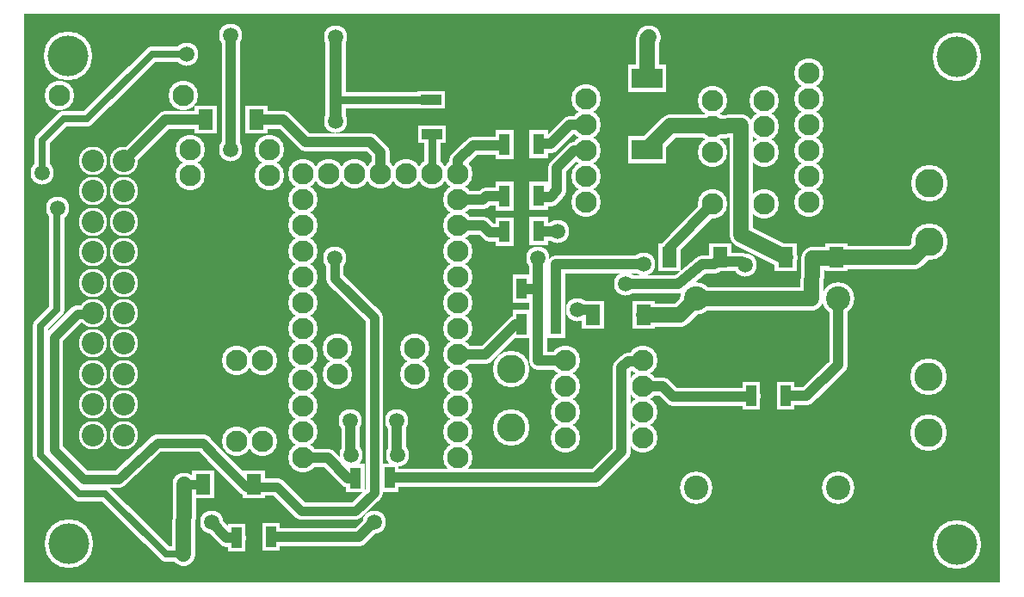
<source format=gbr>
%FSLAX34Y34*%
%MOMM*%
%LNCOPPER_BOTTOM*%
G71*
G01*
%ADD10C,2.900*%
%ADD11C,3.600*%
%ADD12C,2.300*%
%ADD13C,4.800*%
%ADD14C,2.800*%
%ADD15C,1.800*%
%ADD16C,3.200*%
%ADD17C,1.700*%
%ADD18C,2.000*%
%ADD19C,2.300*%
%ADD20R,1.800X2.800*%
%ADD21C,1.500*%
%ADD22R,2.800X1.800*%
%ADD23C,1.600*%
%ADD24R,2.200X2.800*%
%ADD25R,3.820X2.780*%
%ADD26C,2.100*%
%ADD27C,2.800*%
%ADD28C,4.000*%
%ADD29C,2.200*%
%ADD30C,1.000*%
%ADD31C,2.400*%
%ADD32C,0.900*%
%ADD33C,1.200*%
%ADD34C,1.500*%
%ADD35R,1.000X2.000*%
%ADD36C,0.700*%
%ADD37R,2.000X1.000*%
%ADD38C,0.800*%
%ADD39R,1.400X2.000*%
%ADD40R,3.020X1.980*%
%LPD*%
G36*
X-128Y-958D02*
X959872Y-958D01*
X959872Y-560958D01*
X-128Y-560958D01*
X-128Y-958D01*
G37*
%LPC*%
X163384Y-134524D02*
G54D10*
D03*
X163384Y-159924D02*
G54D10*
D03*
X241171Y-134524D02*
G54D10*
D03*
X241171Y-159924D02*
G54D10*
D03*
X426292Y-437813D02*
G54D10*
D03*
X426292Y-412413D02*
G54D10*
D03*
X426292Y-387013D02*
G54D10*
D03*
X426292Y-361613D02*
G54D10*
D03*
X426292Y-234613D02*
G54D10*
D03*
X426292Y-209213D02*
G54D10*
D03*
X426292Y-183813D02*
G54D10*
D03*
X426292Y-158413D02*
G54D10*
D03*
X273892Y-437813D02*
G54D10*
D03*
X273892Y-412413D02*
G54D10*
D03*
X273892Y-387013D02*
G54D10*
D03*
X273892Y-361613D02*
G54D10*
D03*
X273892Y-234613D02*
G54D10*
D03*
X273892Y-209213D02*
G54D10*
D03*
X273892Y-183813D02*
G54D10*
D03*
X273892Y-158413D02*
G54D10*
D03*
X426292Y-336213D02*
G54D10*
D03*
X273892Y-336213D02*
G54D10*
D03*
X426292Y-310813D02*
G54D10*
D03*
X273892Y-310813D02*
G54D10*
D03*
X426292Y-285413D02*
G54D10*
D03*
X273892Y-285413D02*
G54D10*
D03*
X426292Y-260013D02*
G54D10*
D03*
X273892Y-260013D02*
G54D10*
D03*
X531721Y-342424D02*
G54D10*
D03*
X607921Y-342424D02*
G54D10*
D03*
X531721Y-367824D02*
G54D10*
D03*
X531721Y-393224D02*
G54D10*
D03*
X531721Y-418624D02*
G54D10*
D03*
X607921Y-367824D02*
G54D10*
D03*
X607921Y-393224D02*
G54D10*
D03*
X607921Y-418624D02*
G54D10*
D03*
X208743Y-421386D02*
G54D10*
D03*
X234143Y-421386D02*
G54D10*
D03*
X208743Y-342012D02*
G54D10*
D03*
X234143Y-342011D02*
G54D10*
D03*
X383897Y-356018D02*
G54D10*
D03*
X383897Y-330618D02*
G54D10*
D03*
X307697Y-356018D02*
G54D10*
D03*
X307697Y-330618D02*
G54D10*
D03*
X677116Y-86184D02*
G54D10*
D03*
X727916Y-86184D02*
G54D10*
D03*
X677116Y-111584D02*
G54D10*
D03*
X677116Y-136984D02*
G54D10*
D03*
X727916Y-111584D02*
G54D10*
D03*
X727916Y-136984D02*
G54D10*
D03*
X677116Y-187784D02*
G54D10*
D03*
X727916Y-187784D02*
G54D10*
D03*
X889034Y-357853D02*
G54D11*
D03*
X889034Y-413653D02*
G54D11*
D03*
X299292Y-158413D02*
G54D10*
D03*
X324692Y-158413D02*
G54D10*
D03*
X350092Y-158413D02*
G54D10*
D03*
X375492Y-158413D02*
G54D10*
D03*
X400892Y-158413D02*
G54D10*
D03*
G54D12*
X156627Y-532922D02*
X156705Y-464332D01*
X889875Y-167523D02*
G54D11*
D03*
X889895Y-225358D02*
G54D11*
D03*
X552621Y-84524D02*
G54D10*
D03*
X552621Y-109924D02*
G54D10*
D03*
X552621Y-135324D02*
G54D10*
D03*
X552621Y-160724D02*
G54D10*
D03*
X552621Y-186124D02*
G54D10*
D03*
X771709Y-59090D02*
G54D10*
D03*
X771709Y-84490D02*
G54D10*
D03*
X771709Y-109890D02*
G54D10*
D03*
X771709Y-135290D02*
G54D10*
D03*
X771709Y-160690D02*
G54D10*
D03*
X771709Y-186090D02*
G54D10*
D03*
X917675Y-523068D02*
G54D13*
D03*
X67391Y-145595D02*
G54D14*
D03*
X67391Y-175595D02*
G54D14*
D03*
X67391Y-205595D02*
G54D14*
D03*
X67391Y-235595D02*
G54D14*
D03*
X67391Y-265595D02*
G54D14*
D03*
X67391Y-295595D02*
G54D14*
D03*
X67391Y-325595D02*
G54D14*
D03*
X67391Y-355595D02*
G54D14*
D03*
X67391Y-385595D02*
G54D14*
D03*
X67391Y-415595D02*
G54D14*
D03*
X97391Y-145595D02*
G54D14*
D03*
X97391Y-175595D02*
G54D14*
D03*
X97391Y-205595D02*
G54D14*
D03*
X97391Y-235595D02*
G54D14*
D03*
X97391Y-265595D02*
G54D14*
D03*
X97391Y-295595D02*
G54D14*
D03*
X97391Y-325595D02*
G54D14*
D03*
X97391Y-355595D02*
G54D14*
D03*
X97391Y-385595D02*
G54D14*
D03*
X97391Y-415595D02*
G54D14*
D03*
G54D15*
X203142Y-133953D02*
X203142Y-21824D01*
X34051Y-81261D02*
G54D10*
D03*
X156595Y-81182D02*
G54D10*
D03*
X917299Y-43346D02*
G54D13*
D03*
X660856Y-281119D02*
G54D16*
D03*
X800414Y-467476D02*
G54D16*
D03*
X660579Y-467468D02*
G54D16*
D03*
X800592Y-281053D02*
G54D16*
D03*
X43183Y-522176D02*
G54D13*
D03*
G54D17*
X305642Y-240963D02*
X305642Y-261597D01*
X343917Y-299872D01*
X343917Y-472178D01*
X325909Y-490186D01*
X272336Y-490186D01*
X248419Y-466269D01*
X218382Y-466270D01*
X187920Y-435975D01*
X175642Y-423697D01*
X131192Y-423697D01*
X93092Y-458622D01*
X58167Y-458622D01*
X29592Y-430047D01*
X29592Y-318922D01*
X51817Y-296697D01*
X66289Y-296697D01*
X67391Y-295595D01*
G54D18*
X306116Y-23504D02*
X306116Y-107059D01*
X321353Y-435094D02*
G54D19*
D03*
X320853Y-401294D02*
G54D19*
D03*
G54D15*
X320853Y-401294D02*
X320853Y-434594D01*
X321353Y-435094D01*
X156705Y-464332D02*
G54D19*
D03*
X156627Y-532922D02*
G54D19*
D03*
X505002Y-241365D02*
G54D19*
D03*
X306116Y-107059D02*
G54D19*
D03*
X306116Y-23504D02*
G54D19*
D03*
X202728Y-22425D02*
G54D19*
D03*
X203071Y-134524D02*
G54D19*
D03*
X305642Y-240963D02*
G54D19*
D03*
X242920Y-515679D02*
G54D20*
D03*
X209120Y-516179D02*
G54D20*
D03*
X343952Y-501172D02*
G54D19*
D03*
G54D15*
X343952Y-501172D02*
X343497Y-501172D01*
X329256Y-515413D01*
X243187Y-515413D01*
X242920Y-515679D01*
X184304Y-501624D02*
G54D19*
D03*
G54D15*
X209120Y-516179D02*
X198860Y-516179D01*
X184304Y-501624D01*
X367071Y-435053D02*
G54D19*
D03*
X366571Y-401253D02*
G54D19*
D03*
G54D15*
X366571Y-401253D02*
X366571Y-434553D01*
X367071Y-435053D01*
X42807Y-42455D02*
G54D13*
D03*
X17427Y-157146D02*
G54D19*
D03*
X159833Y-40408D02*
G54D19*
D03*
G54D21*
X17427Y-157146D02*
X17427Y-125448D01*
X38790Y-104086D01*
X61664Y-104086D01*
X125406Y-40343D01*
X159767Y-40343D01*
X159833Y-40408D01*
X32180Y-191910D02*
G54D19*
D03*
G54D21*
X156627Y-532922D02*
X139221Y-532922D01*
X79375Y-473075D01*
X53975Y-473075D01*
X15875Y-434975D01*
X15875Y-307975D01*
X31750Y-292100D01*
X31750Y-192340D01*
X32180Y-191910D01*
X748544Y-376730D02*
G54D20*
D03*
X714744Y-377230D02*
G54D20*
D03*
G36*
X316430Y-443908D02*
X334430Y-443908D01*
X334430Y-471908D01*
X316430Y-471908D01*
X316430Y-443908D01*
G37*
G36*
X350230Y-443408D02*
X368230Y-443408D01*
X368231Y-471408D01*
X350231Y-471408D01*
X350230Y-443408D01*
G37*
G54D15*
X325430Y-457908D02*
X318208Y-457908D01*
X298450Y-438150D01*
X274229Y-438150D01*
X273892Y-437813D01*
G54D15*
X359230Y-457408D02*
X561767Y-457408D01*
X587375Y-431800D01*
X587375Y-349250D01*
X593725Y-342900D01*
X607445Y-342900D01*
X607921Y-342424D01*
X524450Y-214724D02*
G54D19*
D03*
G36*
X463177Y-115590D02*
X481177Y-115590D01*
X481178Y-143590D01*
X463178Y-143590D01*
X463177Y-115590D01*
G37*
G36*
X496977Y-115090D02*
X514977Y-115090D01*
X514978Y-143090D01*
X496978Y-143090D01*
X496977Y-115090D01*
G37*
G36*
X463177Y-166390D02*
X481177Y-166390D01*
X481178Y-194390D01*
X463178Y-194390D01*
X463177Y-166390D01*
G37*
G36*
X496977Y-165890D02*
X514977Y-165890D01*
X514978Y-193890D01*
X496978Y-193890D01*
X496977Y-165890D01*
G37*
G36*
X463177Y-201315D02*
X481177Y-201315D01*
X481178Y-229315D01*
X463178Y-229315D01*
X463177Y-201315D01*
G37*
G36*
X496977Y-200815D02*
X514977Y-200815D01*
X514978Y-228815D01*
X496978Y-228815D01*
X496977Y-200815D01*
G37*
X400908Y-119495D02*
G54D22*
D03*
X400408Y-85695D02*
G54D22*
D03*
G54D23*
X400892Y-158413D02*
X400908Y-119495D01*
G54D23*
X400408Y-85695D02*
X304830Y-85695D01*
X304800Y-85725D01*
G54D15*
X426292Y-158413D02*
X426292Y-145208D01*
X441325Y-130175D01*
X471592Y-130175D01*
X472177Y-129590D01*
G54D15*
X505977Y-129090D02*
X517586Y-129090D01*
X536487Y-110189D01*
X552356Y-110189D01*
X552621Y-109924D01*
G54D15*
X552621Y-135324D02*
X540951Y-135324D01*
X523875Y-152400D01*
X523875Y-174625D01*
X517525Y-180975D01*
X507062Y-180975D01*
X505977Y-179890D01*
G54D15*
X426292Y-209213D02*
X450513Y-209213D01*
X457200Y-215900D01*
X471592Y-215900D01*
X472177Y-215315D01*
G54D15*
X472177Y-180390D02*
X454610Y-180390D01*
X450850Y-184150D01*
X426629Y-184150D01*
X426292Y-183813D01*
G54D15*
X505977Y-214815D02*
X524359Y-214815D01*
X524450Y-214724D01*
G54D15*
X531721Y-342424D02*
X505002Y-342424D01*
X505002Y-241365D01*
G36*
X480072Y-292483D02*
X498072Y-292483D01*
X498072Y-320483D01*
X480072Y-320483D01*
X480072Y-292483D01*
G37*
G36*
X513872Y-291983D02*
X531872Y-291983D01*
X531872Y-319983D01*
X513872Y-319983D01*
X513872Y-291983D01*
G37*
G54D15*
X489072Y-306483D02*
X483183Y-306483D01*
X453143Y-336524D01*
X426603Y-336524D01*
X426292Y-336213D01*
G54D15*
X522872Y-271058D02*
X522870Y-247689D01*
X608887Y-247616D01*
G36*
X480072Y-257558D02*
X498072Y-257558D01*
X498072Y-285558D01*
X480072Y-285558D01*
X480072Y-257558D01*
G37*
G36*
X513872Y-257058D02*
X531872Y-257058D01*
X531872Y-285058D01*
X513872Y-285058D01*
X513872Y-257058D01*
G37*
G54D15*
X489072Y-271558D02*
X503333Y-271558D01*
X504825Y-273050D01*
G54D15*
X522872Y-305983D02*
X522872Y-271058D01*
G54D15*
X607921Y-367824D02*
X628174Y-367824D01*
X638175Y-377825D01*
X714150Y-377825D01*
X714744Y-377230D01*
G54D15*
X748544Y-376730D02*
X769445Y-376730D01*
X800100Y-346075D01*
X800100Y-281545D01*
X800592Y-281053D01*
X634457Y-240564D02*
G54D24*
D03*
X684457Y-240564D02*
G54D24*
D03*
G54D15*
X677116Y-187784D02*
X634464Y-230974D01*
X634457Y-240564D01*
X591340Y-267017D02*
G54D19*
D03*
X749144Y-240627D02*
G54D24*
D03*
X799144Y-240627D02*
G54D24*
D03*
G54D15*
X591340Y-267017D02*
X643276Y-267164D01*
X666344Y-247296D01*
X708871Y-247760D02*
G54D19*
D03*
G54D12*
X749144Y-240627D02*
X705049Y-218402D01*
X704850Y-111125D01*
X677116Y-111584D01*
X608887Y-247616D02*
G54D19*
D03*
G54D12*
X660856Y-281119D02*
X774644Y-281120D01*
X774700Y-241583D01*
X612265Y-134606D02*
G54D25*
D03*
X612265Y-64506D02*
G54D25*
D03*
G54D12*
X774700Y-241583D02*
X798188Y-241583D01*
X799144Y-240627D01*
G54D15*
X681178Y-244390D02*
X705501Y-244390D01*
X708871Y-247760D01*
G54D15*
X666344Y-247296D02*
X678271Y-247296D01*
X681178Y-244390D01*
X614091Y-23504D02*
G54D19*
D03*
G54D12*
X612265Y-64506D02*
X612265Y-25330D01*
X614091Y-23504D01*
G54D12*
X612265Y-134606D02*
X612265Y-133860D01*
X635000Y-111125D01*
X676657Y-111125D01*
X677116Y-111584D01*
G54D12*
X799144Y-240627D02*
X874626Y-240627D01*
X889895Y-225358D01*
X559072Y-296958D02*
G54D24*
D03*
X609072Y-296958D02*
G54D24*
D03*
X543770Y-292397D02*
G54D19*
D03*
G54D15*
X543770Y-292397D02*
X552153Y-292397D01*
X552450Y-292100D01*
G54D12*
X609072Y-296958D02*
X645017Y-296958D01*
X660856Y-281119D01*
X227816Y-104876D02*
G54D24*
D03*
X177816Y-104876D02*
G54D24*
D03*
G54D15*
X350092Y-158413D02*
X350092Y-137367D01*
X339725Y-127000D01*
X276225Y-127000D01*
X254000Y-104775D01*
X227917Y-104775D01*
X227816Y-104876D01*
G54D15*
X177816Y-104876D02*
X138111Y-104876D01*
X97391Y-145595D01*
X478926Y-350282D02*
G54D11*
D03*
X478946Y-408116D02*
G54D11*
D03*
X175755Y-464332D02*
G54D24*
D03*
X225755Y-464332D02*
G54D24*
D03*
G54D17*
X156705Y-464332D02*
X175755Y-464332D01*
%LPD*%
X163384Y-134524D02*
G54D26*
D03*
X163384Y-159924D02*
G54D26*
D03*
X241171Y-134524D02*
G54D26*
D03*
X241171Y-159924D02*
G54D26*
D03*
X426292Y-437813D02*
G54D26*
D03*
X426292Y-412413D02*
G54D26*
D03*
X426292Y-387013D02*
G54D26*
D03*
X426292Y-361613D02*
G54D26*
D03*
X426292Y-234613D02*
G54D26*
D03*
X426292Y-209213D02*
G54D26*
D03*
X426292Y-183813D02*
G54D26*
D03*
X426292Y-158413D02*
G54D26*
D03*
X273892Y-437813D02*
G54D26*
D03*
X273892Y-412413D02*
G54D26*
D03*
X273892Y-387013D02*
G54D26*
D03*
X273892Y-361613D02*
G54D26*
D03*
X273892Y-234613D02*
G54D26*
D03*
X273892Y-209213D02*
G54D26*
D03*
X273892Y-183813D02*
G54D26*
D03*
X273892Y-158413D02*
G54D26*
D03*
X426292Y-336213D02*
G54D26*
D03*
X273892Y-336213D02*
G54D26*
D03*
X426292Y-310813D02*
G54D26*
D03*
X273892Y-310813D02*
G54D26*
D03*
X426292Y-285413D02*
G54D26*
D03*
X273892Y-285413D02*
G54D26*
D03*
X426292Y-260013D02*
G54D26*
D03*
X273892Y-260013D02*
G54D26*
D03*
X531721Y-342424D02*
G54D26*
D03*
X607921Y-342424D02*
G54D26*
D03*
X531721Y-367824D02*
G54D26*
D03*
X531721Y-393224D02*
G54D26*
D03*
X531721Y-418624D02*
G54D26*
D03*
X607921Y-367824D02*
G54D26*
D03*
X607921Y-393224D02*
G54D26*
D03*
X607921Y-418624D02*
G54D26*
D03*
X208743Y-421386D02*
G54D26*
D03*
X234143Y-421386D02*
G54D26*
D03*
X208743Y-342012D02*
G54D26*
D03*
X234143Y-342011D02*
G54D26*
D03*
X383897Y-356018D02*
G54D26*
D03*
X383897Y-330618D02*
G54D26*
D03*
X307697Y-356018D02*
G54D26*
D03*
X307697Y-330618D02*
G54D26*
D03*
X677116Y-86184D02*
G54D26*
D03*
X727916Y-86184D02*
G54D26*
D03*
X677116Y-111584D02*
G54D26*
D03*
X677116Y-136984D02*
G54D26*
D03*
X727916Y-111584D02*
G54D26*
D03*
X727916Y-136984D02*
G54D26*
D03*
X677116Y-187784D02*
G54D26*
D03*
X727916Y-187784D02*
G54D26*
D03*
X889034Y-357853D02*
G54D27*
D03*
X889034Y-413653D02*
G54D27*
D03*
X299292Y-158413D02*
G54D26*
D03*
X324692Y-158413D02*
G54D26*
D03*
X350092Y-158413D02*
G54D26*
D03*
X375492Y-158413D02*
G54D26*
D03*
X400892Y-158413D02*
G54D26*
D03*
G54D21*
X156627Y-532922D02*
X156705Y-464332D01*
X889875Y-167523D02*
G54D27*
D03*
X889895Y-225358D02*
G54D27*
D03*
X552621Y-84524D02*
G54D26*
D03*
X552621Y-109924D02*
G54D26*
D03*
X552621Y-135324D02*
G54D26*
D03*
X552621Y-160724D02*
G54D26*
D03*
X552621Y-186124D02*
G54D26*
D03*
X771709Y-59090D02*
G54D26*
D03*
X771709Y-84490D02*
G54D26*
D03*
X771709Y-109890D02*
G54D26*
D03*
X771709Y-135290D02*
G54D26*
D03*
X771709Y-160690D02*
G54D26*
D03*
X771709Y-186090D02*
G54D26*
D03*
X917675Y-523068D02*
G54D28*
D03*
X67391Y-145595D02*
G54D29*
D03*
X67391Y-175595D02*
G54D29*
D03*
X67391Y-205595D02*
G54D29*
D03*
X67391Y-235595D02*
G54D29*
D03*
X67391Y-265595D02*
G54D29*
D03*
X67391Y-295595D02*
G54D29*
D03*
X67391Y-325595D02*
G54D29*
D03*
X67391Y-355595D02*
G54D29*
D03*
X67391Y-385595D02*
G54D29*
D03*
X67391Y-415595D02*
G54D29*
D03*
X97391Y-145595D02*
G54D29*
D03*
X97391Y-175595D02*
G54D29*
D03*
X97391Y-205595D02*
G54D29*
D03*
X97391Y-235595D02*
G54D29*
D03*
X97391Y-265595D02*
G54D29*
D03*
X97391Y-295595D02*
G54D29*
D03*
X97391Y-325595D02*
G54D29*
D03*
X97391Y-355595D02*
G54D29*
D03*
X97391Y-385595D02*
G54D29*
D03*
X97391Y-415595D02*
G54D29*
D03*
G54D30*
X203142Y-133953D02*
X203142Y-21824D01*
X34051Y-81261D02*
G54D26*
D03*
X156595Y-81182D02*
G54D26*
D03*
X917299Y-43346D02*
G54D28*
D03*
X660856Y-281119D02*
G54D31*
D03*
X800414Y-467476D02*
G54D31*
D03*
X660579Y-467468D02*
G54D31*
D03*
X800592Y-281053D02*
G54D31*
D03*
X43183Y-522176D02*
G54D28*
D03*
G54D32*
X305642Y-240963D02*
X305642Y-261597D01*
X343917Y-299872D01*
X343917Y-472178D01*
X325909Y-490186D01*
X272336Y-490186D01*
X248419Y-466269D01*
X218382Y-466270D01*
X187920Y-435975D01*
X175642Y-423697D01*
X131192Y-423697D01*
X93092Y-458622D01*
X58167Y-458622D01*
X29592Y-430047D01*
X29592Y-318922D01*
X51817Y-296697D01*
X66289Y-296697D01*
X67391Y-295595D01*
G54D33*
X306116Y-23504D02*
X306116Y-107059D01*
X321353Y-435094D02*
G54D34*
D03*
X320853Y-401294D02*
G54D34*
D03*
G54D30*
X320853Y-401294D02*
X320853Y-434594D01*
X321353Y-435094D01*
X156705Y-464332D02*
G54D34*
D03*
X156627Y-532922D02*
G54D34*
D03*
X505002Y-241365D02*
G54D34*
D03*
X306116Y-107059D02*
G54D34*
D03*
X306116Y-23504D02*
G54D34*
D03*
X202728Y-22425D02*
G54D34*
D03*
X203071Y-134524D02*
G54D34*
D03*
X305642Y-240963D02*
G54D34*
D03*
X242920Y-515679D02*
G54D35*
D03*
X209120Y-516179D02*
G54D35*
D03*
X343952Y-501172D02*
G54D34*
D03*
G54D30*
X343952Y-501172D02*
X343497Y-501172D01*
X329256Y-515413D01*
X243187Y-515413D01*
X242920Y-515679D01*
X184304Y-501624D02*
G54D34*
D03*
G54D30*
X209120Y-516179D02*
X198860Y-516179D01*
X184304Y-501624D01*
X367071Y-435053D02*
G54D34*
D03*
X366571Y-401253D02*
G54D34*
D03*
G54D30*
X366571Y-401253D02*
X366571Y-434553D01*
X367071Y-435053D01*
X42807Y-42455D02*
G54D28*
D03*
X17427Y-157146D02*
G54D34*
D03*
X159833Y-40408D02*
G54D34*
D03*
G54D36*
X17427Y-157146D02*
X17427Y-125448D01*
X38790Y-104086D01*
X61664Y-104086D01*
X125406Y-40343D01*
X159767Y-40343D01*
X159833Y-40408D01*
X32180Y-191910D02*
G54D34*
D03*
G54D36*
X156627Y-532922D02*
X139221Y-532922D01*
X79375Y-473075D01*
X53975Y-473075D01*
X15875Y-434975D01*
X15875Y-307975D01*
X31750Y-292100D01*
X31750Y-192340D01*
X32180Y-191910D01*
X748544Y-376730D02*
G54D35*
D03*
X714744Y-377230D02*
G54D35*
D03*
G36*
X320430Y-447908D02*
X330430Y-447908D01*
X330430Y-467908D01*
X320430Y-467908D01*
X320430Y-447908D01*
G37*
G36*
X354230Y-447408D02*
X364230Y-447408D01*
X364230Y-467408D01*
X354230Y-467408D01*
X354230Y-447408D01*
G37*
G54D30*
X325430Y-457908D02*
X318208Y-457908D01*
X298450Y-438150D01*
X274229Y-438150D01*
X273892Y-437813D01*
G54D30*
X359230Y-457408D02*
X561767Y-457408D01*
X587375Y-431800D01*
X587375Y-349250D01*
X593725Y-342900D01*
X607445Y-342900D01*
X607921Y-342424D01*
X524450Y-214724D02*
G54D34*
D03*
G36*
X467177Y-119590D02*
X477177Y-119590D01*
X477178Y-139590D01*
X467178Y-139590D01*
X467177Y-119590D01*
G37*
G36*
X500977Y-119090D02*
X510977Y-119090D01*
X510978Y-139090D01*
X500978Y-139090D01*
X500977Y-119090D01*
G37*
G36*
X467177Y-170390D02*
X477177Y-170390D01*
X477178Y-190390D01*
X467178Y-190390D01*
X467177Y-170390D01*
G37*
G36*
X500977Y-169890D02*
X510977Y-169890D01*
X510978Y-189890D01*
X500978Y-189890D01*
X500977Y-169890D01*
G37*
G36*
X467177Y-205315D02*
X477177Y-205315D01*
X477178Y-225315D01*
X467178Y-225315D01*
X467177Y-205315D01*
G37*
G36*
X500977Y-204815D02*
X510977Y-204815D01*
X510978Y-224815D01*
X500978Y-224815D01*
X500977Y-204815D01*
G37*
X400908Y-119495D02*
G54D37*
D03*
X400408Y-85695D02*
G54D37*
D03*
G54D38*
X400892Y-158413D02*
X400908Y-119495D01*
G54D38*
X400408Y-85695D02*
X304830Y-85695D01*
X304800Y-85725D01*
G54D30*
X426292Y-158413D02*
X426292Y-145208D01*
X441325Y-130175D01*
X471592Y-130175D01*
X472177Y-129590D01*
G54D30*
X505977Y-129090D02*
X517586Y-129090D01*
X536487Y-110189D01*
X552356Y-110189D01*
X552621Y-109924D01*
G54D30*
X552621Y-135324D02*
X540951Y-135324D01*
X523875Y-152400D01*
X523875Y-174625D01*
X517525Y-180975D01*
X507062Y-180975D01*
X505977Y-179890D01*
G54D30*
X426292Y-209213D02*
X450513Y-209213D01*
X457200Y-215900D01*
X471592Y-215900D01*
X472177Y-215315D01*
G54D30*
X472177Y-180390D02*
X454610Y-180390D01*
X450850Y-184150D01*
X426629Y-184150D01*
X426292Y-183813D01*
G54D30*
X505977Y-214815D02*
X524359Y-214815D01*
X524450Y-214724D01*
G54D30*
X531721Y-342424D02*
X505002Y-342424D01*
X505002Y-241365D01*
G36*
X484072Y-296483D02*
X494072Y-296483D01*
X494072Y-316483D01*
X484072Y-316483D01*
X484072Y-296483D01*
G37*
G36*
X517872Y-295983D02*
X527872Y-295983D01*
X527872Y-315983D01*
X517872Y-315983D01*
X517872Y-295983D01*
G37*
G54D30*
X489072Y-306483D02*
X483183Y-306483D01*
X453143Y-336524D01*
X426603Y-336524D01*
X426292Y-336213D01*
G54D30*
X522872Y-271058D02*
X522870Y-247689D01*
X608887Y-247616D01*
G36*
X484072Y-261558D02*
X494072Y-261558D01*
X494072Y-281558D01*
X484072Y-281558D01*
X484072Y-261558D01*
G37*
G36*
X517872Y-261058D02*
X527872Y-261058D01*
X527872Y-281058D01*
X517872Y-281058D01*
X517872Y-261058D01*
G37*
G54D30*
X489072Y-271558D02*
X503333Y-271558D01*
X504825Y-273050D01*
G54D30*
X522872Y-305983D02*
X522872Y-271058D01*
G54D30*
X607921Y-367824D02*
X628174Y-367824D01*
X638175Y-377825D01*
X714150Y-377825D01*
X714744Y-377230D01*
G54D30*
X748544Y-376730D02*
X769445Y-376730D01*
X800100Y-346075D01*
X800100Y-281545D01*
X800592Y-281053D01*
X634457Y-240564D02*
G54D39*
D03*
X684457Y-240564D02*
G54D39*
D03*
G54D30*
X677116Y-187784D02*
X634464Y-230974D01*
X634457Y-240564D01*
X591340Y-267017D02*
G54D34*
D03*
X749144Y-240627D02*
G54D39*
D03*
X799144Y-240627D02*
G54D39*
D03*
G54D30*
X591340Y-267017D02*
X643276Y-267164D01*
X666344Y-247296D01*
X708871Y-247760D02*
G54D34*
D03*
G54D21*
X749144Y-240627D02*
X705049Y-218402D01*
X704850Y-111125D01*
X677116Y-111584D01*
X608887Y-247616D02*
G54D34*
D03*
G54D21*
X660856Y-281119D02*
X774644Y-281120D01*
X774700Y-241583D01*
X612265Y-134606D02*
G54D40*
D03*
X612265Y-64506D02*
G54D40*
D03*
G54D21*
X774700Y-241583D02*
X798188Y-241583D01*
X799144Y-240627D01*
G54D30*
X681178Y-244390D02*
X705501Y-244390D01*
X708871Y-247760D01*
G54D30*
X666344Y-247296D02*
X678271Y-247296D01*
X681178Y-244390D01*
X614091Y-23504D02*
G54D34*
D03*
G54D21*
X612265Y-64506D02*
X612265Y-25330D01*
X614091Y-23504D01*
G54D21*
X612265Y-134606D02*
X612265Y-133860D01*
X635000Y-111125D01*
X676657Y-111125D01*
X677116Y-111584D01*
G54D21*
X799144Y-240627D02*
X874626Y-240627D01*
X889895Y-225358D01*
X559072Y-296958D02*
G54D39*
D03*
X609072Y-296958D02*
G54D39*
D03*
X543770Y-292397D02*
G54D34*
D03*
G54D30*
X543770Y-292397D02*
X552153Y-292397D01*
X552450Y-292100D01*
G54D21*
X609072Y-296958D02*
X645017Y-296958D01*
X660856Y-281119D01*
X227816Y-104876D02*
G54D39*
D03*
X177816Y-104876D02*
G54D39*
D03*
G54D30*
X350092Y-158413D02*
X350092Y-137367D01*
X339725Y-127000D01*
X276225Y-127000D01*
X254000Y-104775D01*
X227917Y-104775D01*
X227816Y-104876D01*
G54D30*
X177816Y-104876D02*
X138111Y-104876D01*
X97391Y-145595D01*
X478926Y-350282D02*
G54D27*
D03*
X478946Y-408116D02*
G54D27*
D03*
X175755Y-464332D02*
G54D39*
D03*
X225755Y-464332D02*
G54D39*
D03*
G54D32*
X156705Y-464332D02*
X175755Y-464332D01*
M02*

</source>
